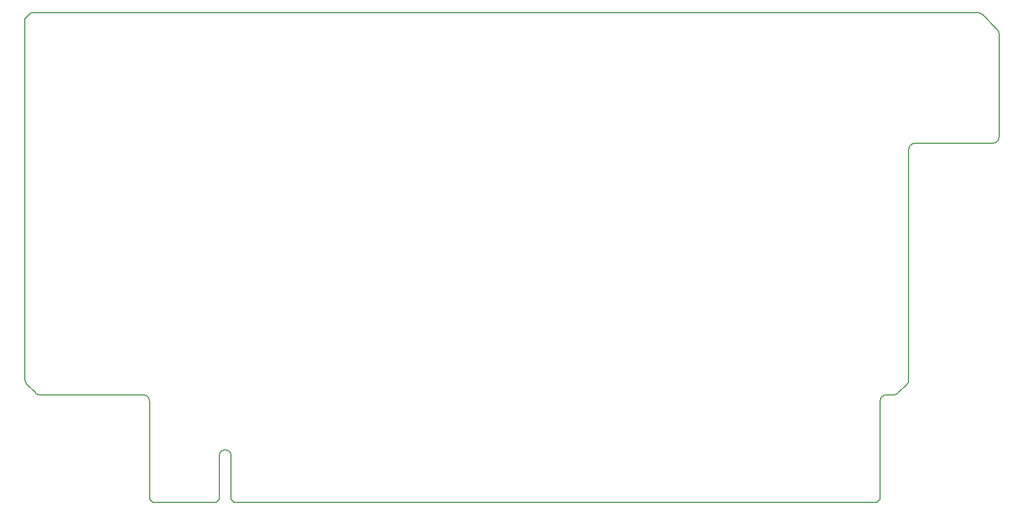
<source format=gbr>
%TF.GenerationSoftware,KiCad,Pcbnew,(5.1.5)-3*%
%TF.CreationDate,2022-01-08T01:18:32+01:00*%
%TF.ProjectId,Riser Leopard 2OU PCIe x16 2xOculink,52697365-7220-44c6-956f-706172642032,rev?*%
%TF.SameCoordinates,PX459e440PY54cbc38*%
%TF.FileFunction,Profile,NP*%
%FSLAX46Y46*%
G04 Gerber Fmt 4.6, Leading zero omitted, Abs format (unit mm)*
G04 Created by KiCad (PCBNEW (5.1.5)-3) date 2022-01-08 01:18:32*
%MOMM*%
%LPD*%
G04 APERTURE LIST*
%TA.AperFunction,Profile*%
%ADD10C,0.200000*%
%TD*%
G04 APERTURE END LIST*
D10*
X138900000Y7915000D02*
G75*
G03X137900000Y6915000I0J-1000000D01*
G01*
X16000000Y-33550000D02*
G75*
G03X15000000Y-32550000I-1000000J0D01*
G01*
X-4000000Y27915000D02*
X-3000000Y28915000D01*
X29100000Y-49290000D02*
X29100000Y-48490000D01*
X16000000Y-49290000D02*
X16000000Y-48490000D01*
X26700000Y-49790000D02*
X16500000Y-49790000D01*
X27200000Y-48490000D02*
X27200000Y-49290000D01*
X-3707107Y-30842893D02*
G75*
G02X-4000000Y-30135786I707107J707107D01*
G01*
X152400000Y25500787D02*
X152400000Y8915000D01*
X137607107Y-30842893D02*
X136192893Y-32257107D01*
X137900000Y6915000D02*
X137900000Y-30135786D01*
X149692893Y28622107D02*
X152107107Y26207893D01*
X-2292893Y-32257107D02*
X-3707107Y-30842893D01*
X132800000Y-49790000D02*
X29600000Y-49790000D01*
X133300000Y-49290000D02*
X132800000Y-49790000D01*
X16500000Y-49790000D02*
X16000000Y-49290000D01*
X135485786Y-32550000D02*
X134300000Y-32550000D01*
X133300000Y-48490000D02*
X133300000Y-49290000D01*
X-1585786Y-32550000D02*
G75*
G02X-2292893Y-32257107I-1J1000000D01*
G01*
X27200000Y-49290000D02*
X26700000Y-49790000D01*
X133300000Y-33550000D02*
G75*
G02X134300000Y-32550000I1000000J0D01*
G01*
X137900000Y-30135786D02*
G75*
G02X137607107Y-30842893I-1000000J0D01*
G01*
X136192893Y-32257107D02*
G75*
G02X135485786Y-32550000I-707107J707107D01*
G01*
X148985786Y28915000D02*
G75*
G02X149692893Y28622107I0J-1000000D01*
G01*
X29100000Y-48490000D02*
X29100000Y-42340000D01*
X152400000Y8915000D02*
G75*
G02X151400000Y7915000I-1000000J0D01*
G01*
X152107107Y26207894D02*
G75*
G02X152400000Y25500787I-707107J-707107D01*
G01*
X-3000000Y28915000D02*
X148985786Y28915000D01*
X27200000Y-42340000D02*
G75*
G02X29100000Y-42340000I950000J0D01*
G01*
X27200000Y-42340000D02*
X27200000Y-48490000D01*
X151400000Y7915000D02*
X138900000Y7915000D01*
X133300000Y-33550000D02*
X133300000Y-48490000D01*
X15000000Y-32550000D02*
X-1585000Y-32550000D01*
X29600000Y-49790000D02*
X29100000Y-49290000D01*
X-4000000Y-30135786D02*
X-4000000Y27915000D01*
X16000000Y-48490000D02*
X16000000Y-33550000D01*
M02*

</source>
